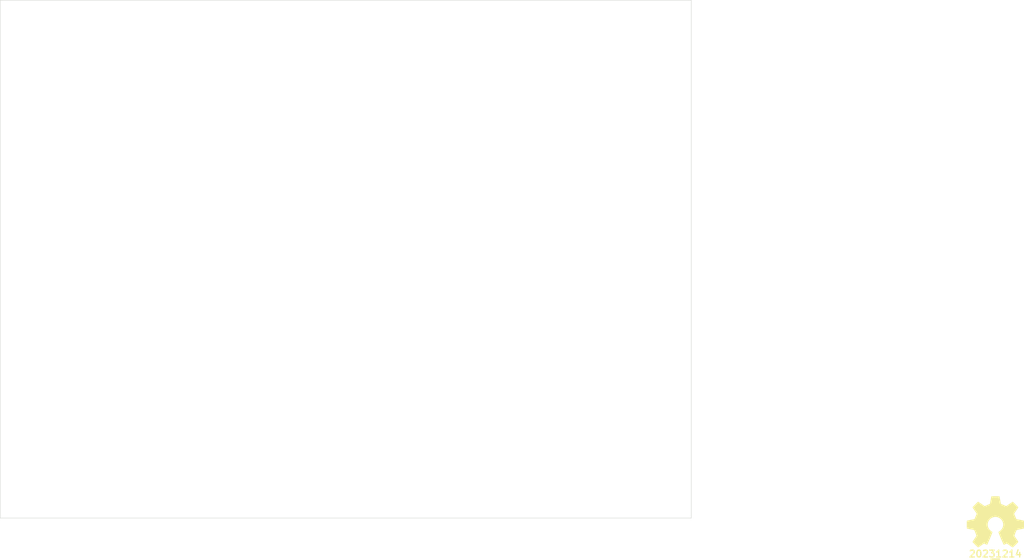
<source format=kicad_pcb>
(kicad_pcb (version 20240108) (generator "pcbnew") (generator_version "8.0")
  (layers (0 "F.Cu" mixed) (31 "B.Cu" mixed) (34 "B.Paste" user) (35 "F.Paste" user) (36 "B.SilkS" user "B.Silkscreen") (37 "F.SilkS" user "F.Silkscreen") (38 "B.Mask" user) (39 "F.Mask" user) (44 "Edge.Cuts" user))
  (net 0 "")
  (footprint "SquantorLabels:Label_Generic" (layer "F.Cu") (at 138.7 91.3)
    (property "Reference" "N1" (hide yes))
    (property "Value" "20231214" (at 0 0 0) (layer "F.SilkS") (effects (font (size 0.8 0.8))))
    (fp_line (start -0.5 0.6) (end 0.5 0.6) (stroke (width 0.15)) (layer "F.SilkS"))
  )
  (footprint "Symbol:OSHW-Symbol_6.7x6mm_SilkScreen" (layer "F.Cu") (at 138.7 87.6)
    (property "Reference" "N2" (hide yes))
    (property "Value" "OHWLOGO" (hide yes))
    (fp_poly (pts (xy 0.555814 -2.531069) (xy 0.639635 -2.086445) (xy 0.94892 -1.958947) (xy 1.258206 -1.831449) (xy 1.629246 -2.083754) (xy 1.733157 -2.154004) (xy 1.827087 -2.216728) (xy 1.906652 -2.269062) (xy 1.96747 -2.308143) (xy 2.005157 -2.331107) (xy 2.015421 -2.336058) (xy 2.03391 -2.323324) (xy 2.07342 -2.288118) (xy 2.129522 -2.234938) (xy 2.197787 -2.168282) (xy 2.273786 -2.092646) (xy 2.353092 -2.012528) (xy 2.431275 -1.932426) (xy 2.503907 -1.856836) (xy 2.566559 -1.790255) (xy 2.614803 -1.737182) (xy 2.64421 -1.702113) (xy 2.651241 -1.690377) (xy 2.641123 -1.66874) (xy 2.612759 -1.621338) (xy 2.569129 -1.552807) (xy 2.513218 -1.467785) (xy 2.448006 -1.370907) (xy 2.410219 -1.31565) (xy 2.341343 -1.214752) (xy 2.28014 -1.123701) (xy 2.229578 -1.04703) (xy 2.192628 -0.989272) (xy 2.172258 -0.954957) (xy 2.169197 -0.947746) (xy 2.176136 -0.927252) (xy 2.195051 -0.879487) (xy 2.223087 -0.811168) (xy 2.257391 -0.729011) (xy 2.295109 -0.63973) (xy 2.333387 -0.550042) (xy 2.36937 -0.466662) (xy 2.400206 -0.396306) (xy 2.423039 -0.34569) (xy 2.435017 -0.321529) (xy 2.435724 -0.320578) (xy 2.454531 -0.315964) (xy 2.504618 -0.305672) (xy 2.580793 -0.290713) (xy 2.677865 -0.272099) (xy 2.790643 -0.250841) (xy 2.856442 -0.238582) (xy 2.97695 -0.215638) (xy 3.085797 -0.193805) (xy 3.177476 -0.174278) (xy 3.246481 -0.158252) (xy 3.287304 -0.146921) (xy 3.295511 -0.143326) (xy 3.303548 -0.118994) (xy 3.310033 -0.064041) (xy 3.31497 0.015108) (xy 3.318364 0.112026) (xy 3.320218 0.220287) (xy 3.320538 0.333465) (xy 3.319327 0.445135) (xy 3.31659 0.548868) (xy 3.312331 0.638241) (xy 3.306555 0.706826) (xy 3.299267 0.748197) (xy 3.294895 0.75681) (xy 3.268764 0.767133) (xy 3.213393 0.781892) (xy 3.136107 0.799352) (xy 3.04423 0.81778) (xy 3.012158 0.823741) (xy 2.857524 0.852066) (xy 2.735375 0.874876) (xy 2.641673 0.89308) (xy 2.572384 0.907583) (xy 2.523471 0.919292) (xy 2.490897 0.929115) (xy 2.470628 0.937956) (xy 2.458626 0.946724) (xy 2.456947 0.948457) (xy 2.440184 0.976371) (xy 2.414614 1.030695) (xy 2.382788 1.104777) (xy 2.34726 1.191965) (xy 2.310583 1.285608) (xy 2.275311 1.379052) (xy 2.243996 1.465647) (xy 2.219193 1.53874) (xy 2.203454 1.591678) (xy 2.199332 1.617811) (xy 2.199676 1.618726) (xy 2.213641 1.640086) (xy 2.245322 1.687084) (xy 2.291391 1.754827) (xy 2.348518 1.838423) (xy 2.413373 1.932982) (xy 2.431843 1.959854) (xy 2.497699 2.057275) (xy 2.55565 2.146163) (xy 2.602538 2.221412) (xy 2.635207 2.27792) (xy 2.6505 2.310581) (xy 2.651241 2.314593) (xy 2.638392 2.335684) (xy 2.602888 2.377464) (xy 2.549293 2.435445) (xy 2.482171 2.505135) (xy 2.406087 2.582045) (xy 2.325604 2.661683) (xy 2.245287 2.739561) (xy 2.169699 2.811186) (xy 2.103405 2.87207) (xy 2.050969 2.917721) (xy 2.016955 2.94365) (xy 2.007545 2.947883) (xy 1.985643 2.937912) (xy 1.9408 2.91102) (xy 1.880321 2.871736) (xy 1.833789 2.840117) (xy 1.749475 2.782098) (xy 1.649626 2.713784) (xy 1.549473 2.645579) (xy 1.495627 2.609075) (xy 1.313371 2.4858) (xy 1.160381 2.56852) (xy 1.090682 2.604759) (xy 1.031414 2.632926) (xy 0.991311 2.648991) (xy 0.981103 2.651226) (xy 0.968829 2.634722) (xy 0.944613 2.588082) (xy 0.910263 2.515609) (xy 0.867588 2.421606) (xy 0.818394 2.310374) (xy 0.76449 2.186215) (xy 0.707684 2.053432) (xy 0.649782 1.916327) (xy 0.592593 1.779202) (xy 0.537924 1.646358) (xy 0.487584 1.522098) (xy 0.44338 1.410725) (xy 0.407119 1.316539) (xy 0.380609 1.243844) (xy 0.365658 1.196941) (xy 0.363254 1.180833) (xy 0.382311 1.160286) (xy 0.424036 1.126933) (xy 0.479706 1.087702) (xy 0.484378 1.084599) (xy 0.628264 0.969423) (xy 0.744283 0.835053) (xy 0.83143 0.685784) (xy 0.888699 0.525913) (xy 0.915086 0.359737) (xy 0.909585 0.191552) (xy 0.87119 0.025655) (xy 0.798895 -0.133658) (xy 0.777626 -0.168513) (xy 0.666996 -0.309263) (xy 0.536302 -0.422286) (xy 0.390064 -0.506997) (xy 0.232808 -0.562806) (xy 0.069057 -0.589126) (xy -0.096667 -0.58537) (xy -0.259838 -0.55095) (xy -0.415935 -0.485277) (xy -0.560433 -0.387765) (xy -0.605131 -0.348187) (xy -0.718888 -0.224297) (xy -0.801782 -0.093876) (xy -0.858644 0.052315) (xy -0.890313 0.197088) (xy -0.898131 0.35986) (xy -0.872062 0.52344) (xy -0.814755 0.682298) (xy -0.728856 0.830906) (xy -0.617014 0.963735) (xy -0.481877 1.075256) (xy -0.464117 1.087011) (xy -0.40785 1.125508) (xy -0.365077 1.158863) (xy -0.344628 1.18016) (xy -0.344331 1.180833) (xy -0.348721 1.203871) (xy -0.366124 1.256157) (xy -0.394732 1.33339) (xy -0.432735 1.431268) (xy -0.478326 1.545491) (xy -0.529697 1.671758) (xy -0.585038 1.805767) (xy -0.642542 1.943218) (xy -0.700399 2.079808) (xy -0.756802 2.211237) (xy -0.809942 2.333205) (xy -0.85801 2.441409) (xy -0.899199 2.531549) (xy -0.931699 2.599323) (xy -0.953703 2.64043) (xy -0.962564 2.651226) (xy -0.98964 2.642819) (xy -1.040303 2.620272) (xy -1.105817 2.587613) (xy -1.141841 2.56852) (xy -1.294832 2.4858) (xy -1.477088 2.609075) (xy -1.570125 2.672228) (xy -1.671985 2.741727) (xy -1.767438 2.807165) (xy -1.81525 2.840117) (xy -1.882495 2.885273) (xy -1.939436 2.921057) (xy -1.978646 2.942938) (xy -1.991381 2.947563) (xy -2.009917 2.935085) (xy -2.050941 2.900252) (xy -2.110475 2.846678) (xy -2.184542 2.777983) (xy -2.269165 2.697781) (xy -2.322685 2.646286) (xy -2.416319 2.554286) (xy -2.497241 2.471999) (xy -2.562177 2.402945) (xy -2.607858 2.350644) (xy -2.631011 2.318616) (xy -2.633232 2.312116) (xy -2.622924 2.287394) (xy -2.594439 2.237405) (xy -2.550937 2.167212) (xy -2.495577 2.081875) (xy -2.43152 1.986456) (xy -2.413303 1.959854) (xy -2.346927 1.863167) (xy -2.287378 1.776117) (xy -2.237984 1.703595) (xy -2.202075 1.650493) (xy -2.182981 1.621703) (xy -2.181136 1.618726) (xy -2.183895 1.595782) (xy -2.198538 1.545336) (xy -2.222513 1.474041) (xy -2.253266 1.388547) (xy -2.288244 1.295507) (xy -2.324893 1.201574) (xy -2.360661 1.113399) (xy -2.392994 1.037634) (xy -2.419338 0.980931) (xy -2.437142 0.949943) (xy -2.438407 0.948457) (xy -2.449294 0.939601) (xy -2.467682 0.930843) (xy -2.497606 0.921277) (xy -2.543103 0.909996) (xy -2.608209 0.896093) (xy -2.696961 0.878663) (xy -2.813393 0.856798) (xy -2.961542 0.829591) (xy -2.993618 0.823741) (xy -3.088686 0.805374) (xy -3.171565 0.787405) (xy -3.23493 0.771569) (xy -3.271458 0.7596) (xy -3.276356 0.75681) (xy -3.284427 0.732072) (xy -3.290987 0.67679) (xy -3.296033 0.597389) (xy -3.299559 0.500296) (xy -3.301561 0.391938) (xy -3.302036 0.27874) (xy -3.300977 0.167128) (xy -3.298382 0.063529) (xy -3.294246 -0.025632) (xy -3.288563 -0.093928) (xy -3.281331 -0.134934) (xy -3.276971 -0.143326) (xy -3.252698 -0.151792) (xy -3.197426 -0.165565) (xy -3.116662 -0.18345) (xy -3.015912 -0.204252) (xy -2.900683 -0.226777) (xy -2.837902 -0.238582) (xy -2.718787 -0.260849) (xy -2.612565 -0.281021) (xy -2.524427 -0.298085) (xy -2.459566 -0.311031) (xy -2.423174 -0.318845) (xy -2.417184 -0.320578) (xy -2.407061 -0.34011) (xy -2.385662 -0.387157) (xy -2.355839 -0.454997) (xy -2.320445 -0.536909) (xy -2.282332 -0.626172) (xy -2.244353 -0.716065) (xy -2.20936 -0.799865) (xy -2.180206 -0.870853) (xy -2.159743 -0.922306) (xy -2.150823 -0.947503) (xy -2.150657 -0.948604) (xy -2.160769 -0.968481) (xy -2.189117 -1.014223) (xy -2.232723 -1.081283) (xy -2.288606 -1.165116) (xy -2.353787 -1.261174) (xy -2.391679 -1.31635) (xy -2.460725 -1.417519) (xy -2.52205 -1.50937) (xy -2.572663 -1.587256) (xy -2.609571 -1.646531) (xy -2.629782 -1.682549) (xy -2.632701 -1.690623) (xy -2.620153 -1.709416) (xy -2.585463 -1.749543) (xy -2.533063 -1.806507) (xy -2.467384 -1.875815) (xy -2.392856 -1.952969) (xy -2.313913 -2.033475) (xy -2.234983 -2.112837) (xy -2.1605 -2.18656) (xy -2.094894 -2.250148) (xy -2.042596 -2.299106) (xy -2.008039 -2.328939) (xy -1.996478 -2.336058) (xy -1.977654 -2.326047) (xy -1.932631 -2.297922) (xy -1.865787 -2.254546) (xy -1.781499 -2.198782) (xy -1.684144 -2.133494) (xy -1.610707 -2.083754) (xy -1.239667 -1.831449) (xy -0.621095 -2.086445) (xy -0.537275 -2.531069) (xy -0.453454 -2.975693) (xy 0.471994 -2.975693) (xy 0.555814 -2.531069)) (stroke (width 0.01)) (fill solid) (layer "F.SilkS"))
  )
  (gr_line (start 103.5 27.15) (end 103.5 87.15) (stroke (width 0.05)) (layer "Edge.Cuts"))
  (gr_line (start 23.5 87.15) (end 103.5 87.15) (stroke (width 0.05)) (layer "Edge.Cuts"))
  (gr_line (start 23.5 27.15) (end 23.5 87.15) (stroke (width 0.05)) (layer "Edge.Cuts"))
  (gr_line (start 23.5 27.15) (end 103.5 27.15) (stroke (width 0.05)) (layer "Edge.Cuts"))
)
</source>
